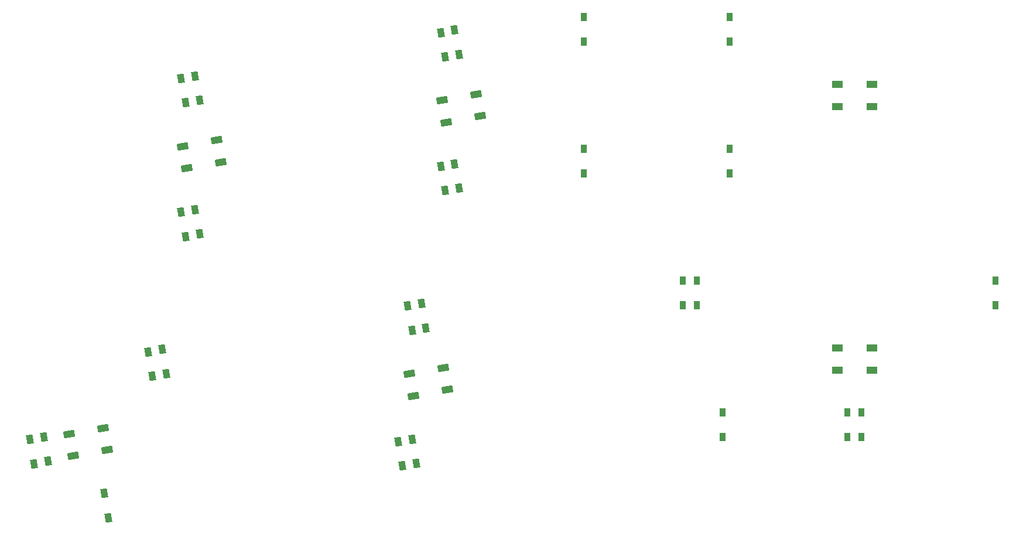
<source format=gbr>
%TF.GenerationSoftware,KiCad,Pcbnew,7.0.6*%
%TF.CreationDate,2024-02-11T12:35:39+01:00*%
%TF.ProjectId,chocobanan_right,63686f63-6f62-4616-9e61-6e5f72696768,rev?*%
%TF.SameCoordinates,Original*%
%TF.FileFunction,Paste,Bot*%
%TF.FilePolarity,Positive*%
%FSLAX46Y46*%
G04 Gerber Fmt 4.6, Leading zero omitted, Abs format (unit mm)*
G04 Created by KiCad (PCBNEW 7.0.6) date 2024-02-11 12:35:39*
%MOMM*%
%LPD*%
G01*
G04 APERTURE LIST*
G04 Aperture macros list*
%AMRotRect*
0 Rectangle, with rotation*
0 The origin of the aperture is its center*
0 $1 length*
0 $2 width*
0 $3 Rotation angle, in degrees counterclockwise*
0 Add horizontal line*
21,1,$1,$2,0,0,$3*%
G04 Aperture macros list end*
%ADD10R,0.950000X1.300000*%
%ADD11RotRect,1.300000X0.950000X100.000000*%
%ADD12R,1.600000X1.000000*%
%ADD13RotRect,1.600000X1.000000X10.000000*%
G04 APERTURE END LIST*
D10*
%TO.C,D12*%
X-19050000Y-58925000D03*
X-19050000Y-55375000D03*
%TD*%
D11*
%TO.C,D16*%
X-63343059Y-62710596D03*
X-63959511Y-59214528D03*
%TD*%
%TO.C,D21*%
X-96735487Y-10566951D03*
X-97351939Y-7070883D03*
%TD*%
%TO.C,D27*%
X-118604576Y-62782754D03*
X-119221028Y-59286686D03*
%TD*%
%TO.C,D17*%
X-94719585Y-10211493D03*
X-95336037Y-6715425D03*
%TD*%
%TO.C,D14*%
X-59214311Y-23294833D03*
X-59830763Y-19798765D03*
%TD*%
%TO.C,D23*%
X-99482085Y-49739005D03*
X-100098537Y-46242937D03*
%TD*%
D10*
%TO.C,D3*%
X20408250Y-39875000D03*
X20408250Y-36325000D03*
%TD*%
%TO.C,D4*%
X1023500Y-58925000D03*
X1023500Y-55375000D03*
%TD*%
%TO.C,D5*%
X-39123500Y-1775000D03*
X-39123500Y1775000D03*
%TD*%
D11*
%TO.C,D10*%
X-57198410Y-22939375D03*
X-57814862Y-19443307D03*
%TD*%
D10*
%TO.C,D7*%
X-22789000Y-39875000D03*
X-22789000Y-36325000D03*
%TD*%
D11*
%TO.C,D15*%
X-61960910Y-43123009D03*
X-62577362Y-39626941D03*
%TD*%
%TO.C,D24*%
X-107899947Y-70567178D03*
X-108516399Y-67071110D03*
%TD*%
%TO.C,D26*%
X-117190000Y-58920000D03*
X-116573548Y-62416068D03*
%TD*%
D10*
%TO.C,D6*%
X-39123500Y-20825000D03*
X-39123500Y-17275000D03*
%TD*%
D11*
%TO.C,D22*%
X-96735487Y-29910828D03*
X-97351939Y-26414760D03*
%TD*%
D10*
%TO.C,D11*%
X-24836000Y-39875000D03*
X-24836000Y-36325000D03*
%TD*%
D11*
%TO.C,D18*%
X-94719585Y-29555370D03*
X-95336037Y-26059302D03*
%TD*%
%TO.C,D25*%
X-101497987Y-50094462D03*
X-102114439Y-46598394D03*
%TD*%
%TO.C,D9*%
X-57198410Y-3595498D03*
X-57814862Y-99430D03*
%TD*%
D10*
%TO.C,D8*%
X-1023500Y-58925000D03*
X-1023500Y-55375000D03*
%TD*%
%TO.C,D2*%
X-18026500Y-20825000D03*
X-18026500Y-17275000D03*
%TD*%
D11*
%TO.C,D20*%
X-65358960Y-63066054D03*
X-65975412Y-59569986D03*
%TD*%
%TO.C,D13*%
X-59214311Y-3950956D03*
X-59830763Y-454888D03*
%TD*%
D10*
%TO.C,D1*%
X-18026500Y-1775000D03*
X-18026500Y1775000D03*
%TD*%
D11*
%TO.C,D19*%
X-63976811Y-43478467D03*
X-64593263Y-39982399D03*
%TD*%
D12*
%TO.C,RGB6*%
X-2500000Y-49225000D03*
X-2500000Y-46025000D03*
X2500000Y-46025000D03*
X2500000Y-49225000D03*
%TD*%
D13*
%TO.C,RGB5*%
X-63807270Y-52942811D03*
X-64362944Y-49791426D03*
X-59438906Y-48923185D03*
X-58883232Y-52074570D03*
%TD*%
%TO.C,RGB3*%
X-96565945Y-20031295D03*
X-97121619Y-16879910D03*
X-92197581Y-16011669D03*
X-91641907Y-19163054D03*
%TD*%
D12*
%TO.C,RGB1*%
X-2500000Y-11125000D03*
X-2500000Y-7925000D03*
X2500000Y-7925000D03*
X2500000Y-11125000D03*
%TD*%
D13*
%TO.C,RGB4*%
X-113003343Y-61617406D03*
X-113559017Y-58466021D03*
X-108634979Y-57597780D03*
X-108079305Y-60749165D03*
%TD*%
%TO.C,RGB2*%
X-59044770Y-13415300D03*
X-59600444Y-10263915D03*
X-54676406Y-9395674D03*
X-54120732Y-12547059D03*
%TD*%
M02*

</source>
